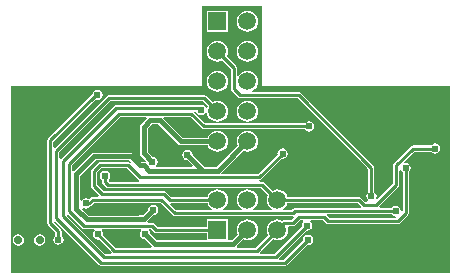
<source format=gbl>
G04*
G04 #@! TF.GenerationSoftware,Altium Limited,Altium Designer,18.1.9 (240)*
G04*
G04 Layer_Physical_Order=2*
G04 Layer_Color=16711680*
%FSLAX24Y24*%
%MOIN*%
G70*
G01*
G75*
%ADD43C,0.0100*%
%ADD44C,0.0150*%
%ADD45R,0.0591X0.0591*%
%ADD46C,0.0591*%
%ADD47C,0.0276*%
%ADD48R,0.0591X0.0591*%
%ADD49C,0.0240*%
G36*
X44150Y39050D02*
X50400D01*
Y32800D01*
X35767D01*
Y39050D01*
X42150D01*
Y41700D01*
X44150D01*
Y39050D01*
D02*
G37*
%LPC*%
G36*
X42995Y41545D02*
X42305D01*
Y40855D01*
X42995D01*
Y41545D01*
D02*
G37*
G36*
X43650Y41548D02*
X43560Y41536D01*
X43476Y41502D01*
X43404Y41446D01*
X43348Y41374D01*
X43314Y41290D01*
X43302Y41200D01*
X43314Y41110D01*
X43348Y41026D01*
X43404Y40954D01*
X43476Y40898D01*
X43560Y40864D01*
X43650Y40852D01*
X43740Y40864D01*
X43824Y40898D01*
X43896Y40954D01*
X43952Y41026D01*
X43986Y41110D01*
X43998Y41200D01*
X43986Y41290D01*
X43952Y41374D01*
X43896Y41446D01*
X43824Y41502D01*
X43740Y41536D01*
X43650Y41548D01*
D02*
G37*
G36*
Y40548D02*
X43560Y40536D01*
X43476Y40502D01*
X43404Y40446D01*
X43348Y40374D01*
X43314Y40290D01*
X43302Y40200D01*
X43314Y40110D01*
X43348Y40026D01*
X43404Y39954D01*
X43476Y39898D01*
X43560Y39864D01*
X43650Y39852D01*
X43740Y39864D01*
X43824Y39898D01*
X43896Y39954D01*
X43952Y40026D01*
X43986Y40110D01*
X43998Y40200D01*
X43986Y40290D01*
X43952Y40374D01*
X43896Y40446D01*
X43824Y40502D01*
X43740Y40536D01*
X43650Y40548D01*
D02*
G37*
G36*
X42650Y39548D02*
X42560Y39536D01*
X42476Y39502D01*
X42404Y39446D01*
X42348Y39374D01*
X42314Y39290D01*
X42302Y39200D01*
X42314Y39110D01*
X42348Y39026D01*
X42404Y38954D01*
X42476Y38898D01*
X42560Y38864D01*
X42650Y38852D01*
X42740Y38864D01*
X42824Y38898D01*
X42896Y38954D01*
X42952Y39026D01*
X42986Y39110D01*
X42998Y39200D01*
X42986Y39290D01*
X42952Y39374D01*
X42896Y39446D01*
X42824Y39502D01*
X42740Y39536D01*
X42650Y39548D01*
D02*
G37*
G36*
X43650Y38548D02*
X43560Y38536D01*
X43476Y38502D01*
X43404Y38446D01*
X43348Y38374D01*
X43314Y38290D01*
X43302Y38200D01*
X43314Y38110D01*
X43348Y38026D01*
X43404Y37954D01*
X43476Y37898D01*
X43560Y37864D01*
X43650Y37852D01*
X43740Y37864D01*
X43824Y37898D01*
X43896Y37954D01*
X43952Y38026D01*
X43986Y38110D01*
X43998Y38200D01*
X43986Y38290D01*
X43952Y38374D01*
X43896Y38446D01*
X43824Y38502D01*
X43740Y38536D01*
X43650Y38548D01*
D02*
G37*
G36*
X42650Y40548D02*
X42560Y40536D01*
X42476Y40502D01*
X42404Y40446D01*
X42348Y40374D01*
X42314Y40290D01*
X42302Y40200D01*
X42314Y40110D01*
X42348Y40026D01*
X42404Y39954D01*
X42476Y39898D01*
X42560Y39864D01*
X42650Y39852D01*
X42740Y39864D01*
X42812Y39894D01*
X43098Y39608D01*
Y38940D01*
X43106Y38901D01*
X43128Y38868D01*
X43328Y38668D01*
X43361Y38646D01*
X43400Y38638D01*
X45318D01*
X47678Y36278D01*
Y35501D01*
X47657Y35488D01*
X47620Y35431D01*
X47607Y35365D01*
X47620Y35299D01*
X47657Y35242D01*
X47658Y35242D01*
X47643Y35192D01*
X47572D01*
X47442Y35322D01*
X47409Y35344D01*
X47370Y35352D01*
X44981D01*
X44952Y35424D01*
X44896Y35496D01*
X44824Y35552D01*
X44740Y35586D01*
X44650Y35598D01*
X44560Y35586D01*
X44488Y35556D01*
X44222Y35822D01*
X44189Y35844D01*
X44150Y35852D01*
X44055D01*
X44050Y35902D01*
X44069Y35906D01*
X44102Y35928D01*
X44796Y36621D01*
X44820Y36617D01*
X44886Y36630D01*
X44943Y36667D01*
X44980Y36724D01*
X44993Y36790D01*
X44980Y36856D01*
X44943Y36913D01*
X44886Y36950D01*
X44820Y36963D01*
X44754Y36950D01*
X44697Y36913D01*
X44660Y36856D01*
X44647Y36790D01*
X44651Y36766D01*
X43988Y36102D01*
X42803D01*
X42782Y36152D01*
X43513Y36883D01*
X43560Y36864D01*
X43650Y36852D01*
X43740Y36864D01*
X43824Y36898D01*
X43896Y36954D01*
X43952Y37026D01*
X43986Y37110D01*
X43998Y37200D01*
X43986Y37290D01*
X43952Y37374D01*
X43896Y37446D01*
X43824Y37502D01*
X43740Y37536D01*
X43650Y37548D01*
X43560Y37536D01*
X43476Y37502D01*
X43404Y37446D01*
X43348Y37374D01*
X43314Y37290D01*
X43302Y37200D01*
X43314Y37110D01*
X43333Y37063D01*
X42622Y36352D01*
X42228D01*
X41822Y36759D01*
X41810Y36816D01*
X41773Y36873D01*
X41716Y36910D01*
X41650Y36923D01*
X41584Y36910D01*
X41527Y36873D01*
X41490Y36816D01*
X41477Y36750D01*
X41490Y36684D01*
X41527Y36627D01*
X41584Y36590D01*
X41641Y36578D01*
X41821Y36399D01*
X41802Y36352D01*
X40625D01*
X40612Y36379D01*
X40606Y36402D01*
X40640Y36454D01*
X40653Y36520D01*
X40640Y36586D01*
X40603Y36643D01*
X40546Y36680D01*
X40489Y36692D01*
X40327Y36853D01*
Y37637D01*
X40458Y37768D01*
X40679D01*
X41337Y37110D01*
X41378Y37082D01*
X41427Y37073D01*
X42329D01*
X42348Y37026D01*
X42404Y36954D01*
X42476Y36898D01*
X42560Y36864D01*
X42650Y36852D01*
X42740Y36864D01*
X42824Y36898D01*
X42896Y36954D01*
X42952Y37026D01*
X42986Y37110D01*
X42998Y37200D01*
X42986Y37290D01*
X42952Y37374D01*
X42896Y37446D01*
X42824Y37502D01*
X42740Y37536D01*
X42650Y37548D01*
X42560Y37536D01*
X42476Y37502D01*
X42404Y37446D01*
X42348Y37374D01*
X42329Y37327D01*
X41480D01*
X40839Y37968D01*
X40860Y38018D01*
X41728D01*
X42118Y37628D01*
X42151Y37606D01*
X42190Y37598D01*
X45574D01*
X45587Y37577D01*
X45644Y37540D01*
X45710Y37527D01*
X45776Y37540D01*
X45833Y37577D01*
X45870Y37634D01*
X45883Y37700D01*
X45870Y37766D01*
X45833Y37823D01*
X45776Y37860D01*
X45710Y37873D01*
X45644Y37860D01*
X45587Y37823D01*
X45574Y37802D01*
X42232D01*
X41866Y38168D01*
X41885Y38214D01*
X41933Y38218D01*
X41940Y38184D01*
X41977Y38127D01*
X42034Y38090D01*
X42100Y38077D01*
X42166Y38090D01*
X42223Y38127D01*
X42255Y38175D01*
X42290Y38174D01*
X42306Y38169D01*
X42314Y38110D01*
X42348Y38026D01*
X42404Y37954D01*
X42476Y37898D01*
X42560Y37864D01*
X42650Y37852D01*
X42740Y37864D01*
X42824Y37898D01*
X42896Y37954D01*
X42952Y38026D01*
X42986Y38110D01*
X42998Y38200D01*
X42986Y38290D01*
X42952Y38374D01*
X42896Y38446D01*
X42824Y38502D01*
X42740Y38536D01*
X42650Y38548D01*
X42560Y38536D01*
X42488Y38506D01*
X42282Y38712D01*
X42249Y38734D01*
X42210Y38742D01*
X39030D01*
X38991Y38734D01*
X38958Y38712D01*
X37232Y36986D01*
X37182Y37007D01*
Y37188D01*
X38584Y38590D01*
X38650Y38577D01*
X38716Y38590D01*
X38773Y38627D01*
X38810Y38684D01*
X38823Y38750D01*
X38810Y38816D01*
X38773Y38873D01*
X38716Y38910D01*
X38650Y38923D01*
X38584Y38910D01*
X38527Y38873D01*
X38490Y38816D01*
X38482Y38776D01*
X37008Y37302D01*
X36986Y37269D01*
X36978Y37230D01*
Y34470D01*
X36986Y34431D01*
X37008Y34398D01*
X37248Y34158D01*
Y34059D01*
X37227Y34045D01*
X37190Y33989D01*
X37177Y33923D01*
X37190Y33857D01*
X37227Y33800D01*
X37284Y33763D01*
X37350Y33750D01*
X37416Y33763D01*
X37473Y33800D01*
X37510Y33857D01*
X37523Y33923D01*
X37510Y33989D01*
X37473Y34045D01*
X37452Y34059D01*
Y34200D01*
X37444Y34239D01*
X37422Y34272D01*
X37204Y34490D01*
X37208Y34509D01*
X37262Y34526D01*
X38705Y33083D01*
X38738Y33061D01*
X38777Y33053D01*
X44905D01*
X44944Y33061D01*
X44977Y33083D01*
X45646Y33751D01*
X45670Y33747D01*
X45736Y33760D01*
X45793Y33797D01*
X45830Y33854D01*
X45843Y33920D01*
X45830Y33986D01*
X45793Y34043D01*
X45736Y34080D01*
X45670Y34093D01*
X45604Y34080D01*
X45547Y34043D01*
X45510Y33986D01*
X45497Y33920D01*
X45501Y33896D01*
X44862Y33257D01*
X44712D01*
X44691Y33307D01*
X45606Y34221D01*
X45630Y34217D01*
X45696Y34230D01*
X45753Y34267D01*
X45790Y34324D01*
X45803Y34390D01*
X45790Y34456D01*
X45753Y34513D01*
X45745Y34517D01*
X45761Y34567D01*
X46170D01*
X46259Y34478D01*
X46292Y34456D01*
X46331Y34448D01*
X48670D01*
X48709Y34456D01*
X48742Y34478D01*
X48992Y34728D01*
X49014Y34761D01*
X49022Y34800D01*
Y36166D01*
X49043Y36180D01*
X49080Y36236D01*
X49093Y36302D01*
X49080Y36369D01*
X49043Y36425D01*
X48986Y36463D01*
X48920Y36476D01*
X48896Y36471D01*
X48871Y36517D01*
X49212Y36858D01*
X49774D01*
X49787Y36837D01*
X49844Y36800D01*
X49910Y36787D01*
X49976Y36800D01*
X50033Y36837D01*
X50070Y36894D01*
X50083Y36960D01*
X50070Y37026D01*
X50033Y37083D01*
X49976Y37120D01*
X49910Y37133D01*
X49844Y37120D01*
X49787Y37083D01*
X49774Y37062D01*
X49170D01*
X49131Y37054D01*
X49098Y37032D01*
X48538Y36472D01*
X48516Y36439D01*
X48508Y36400D01*
Y35802D01*
X47983Y35277D01*
X47961Y35288D01*
X47942Y35307D01*
X47953Y35365D01*
X47940Y35431D01*
X47903Y35488D01*
X47882Y35501D01*
Y36320D01*
X47874Y36359D01*
X47852Y36392D01*
X45432Y38812D01*
X45399Y38834D01*
X45360Y38842D01*
X43819D01*
X43809Y38892D01*
X43824Y38898D01*
X43896Y38954D01*
X43952Y39026D01*
X43986Y39110D01*
X43998Y39200D01*
X43986Y39290D01*
X43952Y39374D01*
X43896Y39446D01*
X43824Y39502D01*
X43740Y39536D01*
X43650Y39548D01*
X43560Y39536D01*
X43476Y39502D01*
X43404Y39446D01*
X43352Y39379D01*
X43336Y39379D01*
X43302Y39393D01*
Y39650D01*
X43294Y39689D01*
X43272Y39722D01*
X42957Y40038D01*
X42986Y40110D01*
X42998Y40200D01*
X42986Y40290D01*
X42952Y40374D01*
X42896Y40446D01*
X42824Y40502D01*
X42740Y40536D01*
X42650Y40548D01*
D02*
G37*
G36*
X36721Y34099D02*
X36647Y34084D01*
X36585Y34042D01*
X36544Y33980D01*
X36529Y33907D01*
X36544Y33834D01*
X36585Y33772D01*
X36647Y33730D01*
X36721Y33716D01*
X36794Y33730D01*
X36856Y33772D01*
X36897Y33834D01*
X36912Y33907D01*
X36897Y33980D01*
X36856Y34042D01*
X36794Y34084D01*
X36721Y34099D01*
D02*
G37*
G36*
X36012D02*
X35939Y34084D01*
X35877Y34042D01*
X35835Y33980D01*
X35820Y33907D01*
X35835Y33834D01*
X35877Y33772D01*
X35939Y33730D01*
X36012Y33716D01*
X36085Y33730D01*
X36147Y33772D01*
X36189Y33834D01*
X36203Y33907D01*
X36189Y33980D01*
X36147Y34042D01*
X36085Y34084D01*
X36012Y34099D01*
D02*
G37*
%LPD*%
G36*
X42344Y38362D02*
X42333Y38336D01*
X42269Y38310D01*
X42261Y38314D01*
X42260Y38316D01*
X42223Y38373D01*
X42166Y38410D01*
X42100Y38423D01*
X42062Y38416D01*
X42030Y38422D01*
X39270D01*
X39231Y38414D01*
X39198Y38392D01*
X37432Y36626D01*
X37431Y36626D01*
X37382Y36641D01*
Y36848D01*
X39072Y38538D01*
X42168D01*
X42344Y38362D01*
D02*
G37*
G36*
X40298Y37968D02*
X40110Y37780D01*
X40082Y37739D01*
X40073Y37690D01*
Y36800D01*
X40082Y36751D01*
X40110Y36710D01*
X40265Y36555D01*
X40234Y36516D01*
X40185Y36525D01*
X40109D01*
X39844Y36790D01*
X39803Y36818D01*
X39754Y36827D01*
X38540D01*
X38491Y36818D01*
X38450Y36790D01*
X37860Y36200D01*
X37856Y36194D01*
X37806Y36209D01*
Y36414D01*
X39410Y38018D01*
X40277D01*
X40298Y37968D01*
D02*
G37*
G36*
X39766Y36508D02*
X39732Y36472D01*
X39699Y36494D01*
X39660Y36502D01*
X38730D01*
X38691Y36494D01*
X38658Y36472D01*
X38458Y36272D01*
X38436Y36239D01*
X38428Y36200D01*
Y35719D01*
X38436Y35680D01*
X38458Y35647D01*
X38704Y35401D01*
X38683Y35351D01*
X38489D01*
X38450Y35343D01*
X38417Y35321D01*
X38364Y35268D01*
X38334Y35289D01*
X38267Y35302D01*
X38201Y35289D01*
X38145Y35251D01*
X38127Y35225D01*
X38077Y35241D01*
Y36057D01*
X38593Y36573D01*
X39701D01*
X39766Y36508D01*
D02*
G37*
G36*
X39988Y35928D02*
X40021Y35906D01*
X40040Y35902D01*
X40035Y35852D01*
X39042D01*
X39027Y35867D01*
X39023Y35923D01*
X39060Y35979D01*
X39073Y36045D01*
X39060Y36112D01*
X39023Y36168D01*
X38966Y36205D01*
X38900Y36219D01*
X38834Y36205D01*
X38777Y36168D01*
X38740Y36112D01*
X38727Y36045D01*
X38740Y35979D01*
X38777Y35923D01*
X38798Y35909D01*
Y35850D01*
X38806Y35811D01*
X38828Y35778D01*
X38928Y35678D01*
X38961Y35656D01*
X39000Y35648D01*
X44108D01*
X44344Y35412D01*
X44314Y35340D01*
X44302Y35250D01*
X44314Y35160D01*
X44348Y35076D01*
X44404Y35004D01*
X44471Y34952D01*
X44471Y34936D01*
X44457Y34902D01*
X43843D01*
X43829Y34936D01*
X43829Y34952D01*
X43896Y35004D01*
X43952Y35076D01*
X43986Y35160D01*
X43998Y35250D01*
X43986Y35340D01*
X43952Y35424D01*
X43896Y35496D01*
X43824Y35552D01*
X43740Y35586D01*
X43650Y35598D01*
X43560Y35586D01*
X43476Y35552D01*
X43404Y35496D01*
X43348Y35424D01*
X43314Y35340D01*
X43302Y35250D01*
X43314Y35160D01*
X43348Y35076D01*
X43404Y35004D01*
X43471Y34952D01*
X43471Y34936D01*
X43457Y34902D01*
X42843D01*
X42829Y34936D01*
X42829Y34952D01*
X42896Y35004D01*
X42952Y35076D01*
X42986Y35160D01*
X42998Y35250D01*
X42986Y35340D01*
X42952Y35424D01*
X42896Y35496D01*
X42824Y35552D01*
X42740Y35586D01*
X42650Y35598D01*
X42560Y35586D01*
X42476Y35552D01*
X42404Y35496D01*
X42348Y35424D01*
X42319Y35352D01*
X41112D01*
X40943Y35521D01*
X40910Y35543D01*
X40871Y35551D01*
X38842D01*
X38632Y35761D01*
Y36158D01*
X38772Y36298D01*
X39618D01*
X39988Y35928D01*
D02*
G37*
G36*
X47439Y35037D02*
X47418Y34987D01*
X45242D01*
X45203Y34979D01*
X45170Y34957D01*
X45115Y34902D01*
X44843D01*
X44829Y34936D01*
X44829Y34952D01*
X44896Y35004D01*
X44952Y35076D01*
X44981Y35148D01*
X47328D01*
X47439Y35037D01*
D02*
G37*
G36*
X42348Y35076D02*
X42404Y35004D01*
X42471Y34952D01*
X42471Y34936D01*
X42457Y34902D01*
X41271D01*
X41075Y35098D01*
X41096Y35148D01*
X42319D01*
X42348Y35076D01*
D02*
G37*
G36*
X48762Y36233D02*
X48797Y36180D01*
X48818Y36166D01*
Y34871D01*
X48808Y34864D01*
X48786Y34874D01*
X48759Y34893D01*
X48748Y34951D01*
X48710Y35007D01*
X48654Y35045D01*
X48587Y35058D01*
X48521Y35045D01*
X48465Y35007D01*
X48451Y34987D01*
X48052D01*
X48031Y35037D01*
X48682Y35688D01*
X48704Y35721D01*
X48712Y35760D01*
Y36206D01*
X48758Y36233D01*
X48762Y36233D01*
D02*
G37*
G36*
X48465Y34762D02*
X48521Y34725D01*
X48583Y34712D01*
X48597Y34693D01*
X48611Y34665D01*
X48603Y34652D01*
X46373D01*
X46293Y34733D01*
X46301Y34766D01*
X46312Y34783D01*
X48451D01*
X48465Y34762D01*
D02*
G37*
G36*
X41157Y34728D02*
X41190Y34706D01*
X41229Y34698D01*
X45157D01*
X45175Y34701D01*
X45199Y34655D01*
X45116Y34572D01*
X44870D01*
X44831Y34564D01*
X44817Y34555D01*
X44740Y34586D01*
X44650Y34598D01*
X44560Y34586D01*
X44476Y34552D01*
X44404Y34496D01*
X44348Y34424D01*
X44314Y34340D01*
X44302Y34250D01*
X44314Y34160D01*
X44344Y34088D01*
X43912Y33657D01*
X43308D01*
X43287Y33707D01*
X43513Y33933D01*
X43560Y33914D01*
X43650Y33902D01*
X43740Y33914D01*
X43824Y33948D01*
X43896Y34004D01*
X43952Y34076D01*
X43986Y34160D01*
X43998Y34250D01*
X43986Y34340D01*
X43952Y34424D01*
X43896Y34496D01*
X43824Y34552D01*
X43740Y34586D01*
X43650Y34598D01*
X43560Y34586D01*
X43476Y34552D01*
X43404Y34496D01*
X43348Y34424D01*
X43314Y34340D01*
X43302Y34250D01*
X43314Y34160D01*
X43333Y34113D01*
X43127Y33907D01*
X42995D01*
Y34595D01*
X42305D01*
Y34352D01*
X40655D01*
X40552Y34455D01*
X40519Y34477D01*
X40480Y34484D01*
X40335D01*
X40315Y34534D01*
X40519Y34738D01*
X40576Y34750D01*
X40633Y34787D01*
X40670Y34844D01*
X40683Y34910D01*
X40670Y34976D01*
X40633Y35033D01*
X40576Y35070D01*
X40510Y35083D01*
X40444Y35070D01*
X40387Y35033D01*
X40350Y34976D01*
X40338Y34919D01*
X40152Y34732D01*
X40035D01*
X40010Y34727D01*
X38360D01*
X38133Y34954D01*
X38165Y34993D01*
X38201Y34969D01*
X38267Y34955D01*
X38334Y34969D01*
X38390Y35006D01*
X38410Y35036D01*
X38441Y35057D01*
X38531Y35147D01*
X40738D01*
X41157Y34728D01*
D02*
G37*
G36*
X40540Y34178D02*
X40574Y34156D01*
X40613Y34148D01*
X42305D01*
Y33907D01*
X40623D01*
X40412Y34119D01*
X40400Y34176D01*
X40364Y34231D01*
X40366Y34242D01*
X40381Y34281D01*
X40438D01*
X40540Y34178D01*
D02*
G37*
G36*
X45515Y34517D02*
X45507Y34513D01*
X45470Y34456D01*
X45457Y34390D01*
X45462Y34366D01*
X44552Y33457D01*
X44072D01*
X44051Y33507D01*
X44488Y33944D01*
X44560Y33914D01*
X44650Y33902D01*
X44740Y33914D01*
X44824Y33948D01*
X44896Y34004D01*
X44952Y34076D01*
X44986Y34160D01*
X44998Y34250D01*
X44989Y34318D01*
X45024Y34368D01*
X45158D01*
X45197Y34376D01*
X45230Y34398D01*
X45399Y34567D01*
X45499D01*
X45515Y34517D01*
D02*
G37*
G36*
X40100Y34257D02*
X40111Y34223D01*
X40080Y34176D01*
X40067Y34110D01*
X40080Y34044D01*
X40117Y33987D01*
X40174Y33950D01*
X40231Y33938D01*
X40463Y33707D01*
X40442Y33657D01*
X39258D01*
X38844Y34071D01*
X38849Y34095D01*
X38835Y34162D01*
X38798Y34218D01*
X38790Y34223D01*
X38805Y34273D01*
X40089D01*
X40100Y34257D01*
D02*
G37*
G36*
X38141Y34303D02*
X38175Y34281D01*
X38214Y34273D01*
X38545D01*
X38561Y34223D01*
X38553Y34218D01*
X38515Y34162D01*
X38502Y34095D01*
X38515Y34029D01*
X38553Y33973D01*
X38609Y33935D01*
X38675Y33922D01*
X38700Y33927D01*
X39120Y33507D01*
X39099Y33457D01*
X38902D01*
X37634Y34725D01*
X37636Y34737D01*
X37690Y34754D01*
X38141Y34303D01*
D02*
G37*
D43*
X37350Y33923D02*
Y34200D01*
X37080Y34470D02*
X37350Y34200D01*
X37280Y34652D02*
Y36890D01*
Y34652D02*
X38777Y33155D01*
X44905D01*
X38860Y33355D02*
X44595D01*
X37504Y34711D02*
X38860Y33355D01*
X37504Y34711D02*
Y36554D01*
X38214Y34375D02*
X40123D01*
X37704Y34885D02*
X38214Y34375D01*
X38267Y35129D02*
X38369D01*
X37504Y36554D02*
X39270Y38320D01*
X37080Y34470D02*
Y37230D01*
X37280Y36890D02*
X39030Y38640D01*
X37704Y34885D02*
Y36100D01*
Y36182D01*
Y36456D01*
X39368Y38120D01*
X40298Y34380D02*
X40301Y34383D01*
X40128Y34380D02*
X40298D01*
X40123Y34375D02*
X40128Y34380D01*
X40301Y34383D02*
X40480D01*
X44030Y36000D02*
X44820Y36790D01*
X39660Y36400D02*
X40060Y36000D01*
X44030D01*
X42030Y38320D02*
X42100Y38250D01*
X41770Y38120D02*
X42190Y37700D01*
X39368Y38120D02*
X41770D01*
X39270Y38320D02*
X42030D01*
X44905Y33155D02*
X45670Y33920D01*
X44595Y33355D02*
X45630Y34390D01*
X43955Y33555D02*
X44650Y34250D01*
X39216Y33555D02*
X43955D01*
X38675Y34095D02*
X39216Y33555D01*
X38600Y38750D02*
X38650D01*
X37080Y37230D02*
X38600Y38750D01*
X38369Y35129D02*
X38489Y35249D01*
X38900Y35850D02*
Y36045D01*
Y35850D02*
X39000Y35750D01*
X42190Y37700D02*
X45710D01*
X47780Y35365D02*
Y36320D01*
X45360Y38740D02*
X47780Y36320D01*
X43400Y38740D02*
X45360D01*
X43200Y38940D02*
X43400Y38740D01*
X43200Y38940D02*
Y39650D01*
X42650Y40200D02*
X43200Y39650D01*
X39030Y38640D02*
X42210D01*
X42650Y38200D01*
X44150Y35750D02*
X44650Y35250D01*
X39000Y35750D02*
X44150D01*
X44650Y35250D02*
X47370D01*
X47530Y35090D01*
X47940D01*
X48610Y35760D01*
Y36400D01*
X49170Y36960D01*
X49910D01*
X38489Y35249D02*
X40780D01*
X41229Y34800D01*
X45157D01*
X45242Y34885D01*
X48587D01*
X40613Y34250D02*
X42650D01*
X40480Y34383D02*
X40613Y34250D01*
X38730Y36400D02*
X39660D01*
X38530Y36200D02*
X38730Y36400D01*
X38530Y35719D02*
Y36200D01*
Y35719D02*
X38800Y35449D01*
X40871D01*
X41070Y35250D01*
X42650D01*
X44650Y34250D02*
X44870Y34470D01*
X45158D01*
X45357Y34669D01*
X46212D01*
X46331Y34550D01*
X48670D01*
X48920Y34800D01*
Y36302D01*
D44*
X38307Y34600D02*
X40030D01*
X37950Y34957D02*
X38307Y34600D01*
X37950Y36110D02*
X38540Y36700D01*
X37950Y34957D02*
Y36110D01*
X40205Y34605D02*
X40510Y34910D01*
X40030Y34600D02*
X40035Y34605D01*
X40205D01*
X42175Y36225D02*
X42675D01*
X40358D02*
X42175D01*
X41650Y36750D02*
X42175Y36225D01*
X40056Y36398D02*
X40185D01*
X39754Y36700D02*
X40056Y36398D01*
X38540Y36700D02*
X39754D01*
X42675Y36225D02*
X43650Y37200D01*
X40185Y36398D02*
X40358Y36225D01*
X41427Y37200D02*
X42650D01*
X40732Y37895D02*
X41427Y37200D01*
X40405Y37895D02*
X40732D01*
X40200Y37690D02*
X40405Y37895D01*
X43180Y33780D02*
X43650Y34250D01*
X40570Y33780D02*
X43180D01*
X40240Y34110D02*
X40570Y33780D01*
X40200Y36800D02*
Y37690D01*
Y36800D02*
X40480Y36520D01*
D45*
X42650Y34250D02*
D03*
D46*
Y35250D02*
D03*
X43650Y34250D02*
D03*
Y35250D02*
D03*
X44650Y34250D02*
D03*
Y35250D02*
D03*
X43650Y37200D02*
D03*
X42650D02*
D03*
X43650Y38200D02*
D03*
X42650D02*
D03*
X43650Y39200D02*
D03*
X42650D02*
D03*
X43650Y40200D02*
D03*
X42650D02*
D03*
X43650Y41200D02*
D03*
D47*
X36012Y33907D02*
D03*
X36721D02*
D03*
D48*
X42650Y41200D02*
D03*
D49*
X37350Y33923D02*
D03*
X38267Y35129D02*
D03*
X41650Y36750D02*
D03*
X38650Y38750D02*
D03*
X38900Y36045D02*
D03*
X40480Y36520D02*
D03*
X47780Y35365D02*
D03*
X45670Y33920D02*
D03*
X45630Y34390D02*
D03*
X42100Y38250D02*
D03*
X38675Y34095D02*
D03*
X49910Y36960D02*
D03*
X40510Y34910D02*
D03*
X48587Y34885D02*
D03*
X45710Y37700D02*
D03*
X44820Y36790D02*
D03*
X40240Y34110D02*
D03*
X48920Y36302D02*
D03*
M02*

</source>
